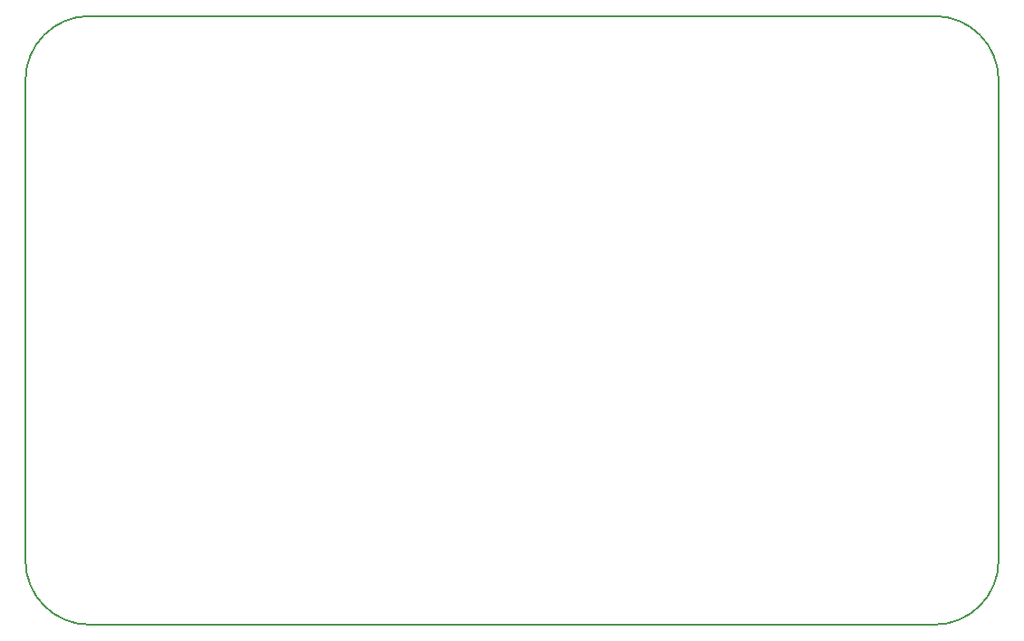
<source format=gbr>
%TF.GenerationSoftware,Altium Limited,Altium Designer,21.3.2 (30)*%
G04 Layer_Color=16711935*
%FSLAX45Y45*%
%MOMM*%
%TF.SameCoordinates,D9DFDB92-F573-4E1A-9105-0BCF1000EC4C*%
%TF.FilePolarity,Positive*%
%TF.FileFunction,Other,Mechanical_1*%
%TF.Part,Single*%
G01*
G75*
%TA.AperFunction,NonConductor*%
%ADD45C,0.20000*%
D45*
X600000Y5700000D02*
G03*
X0Y5100000I0J-600000D01*
G01*
X9100000D02*
G03*
X8500000Y5700000I-600000J0D01*
G01*
Y0D02*
G03*
X9100000Y600000I0J600000D01*
G01*
X0Y600000D02*
G03*
X600000Y-0I600000J-0D01*
G01*
X9100000Y600000D02*
Y5100000D01*
X600000Y5700000D02*
X8500000D01*
X0Y600000D02*
Y5100000D01*
X600000Y0D02*
X8500000D01*
%TF.MD5,b47338525399983348942f9a606a3c85*%
M02*

</source>
